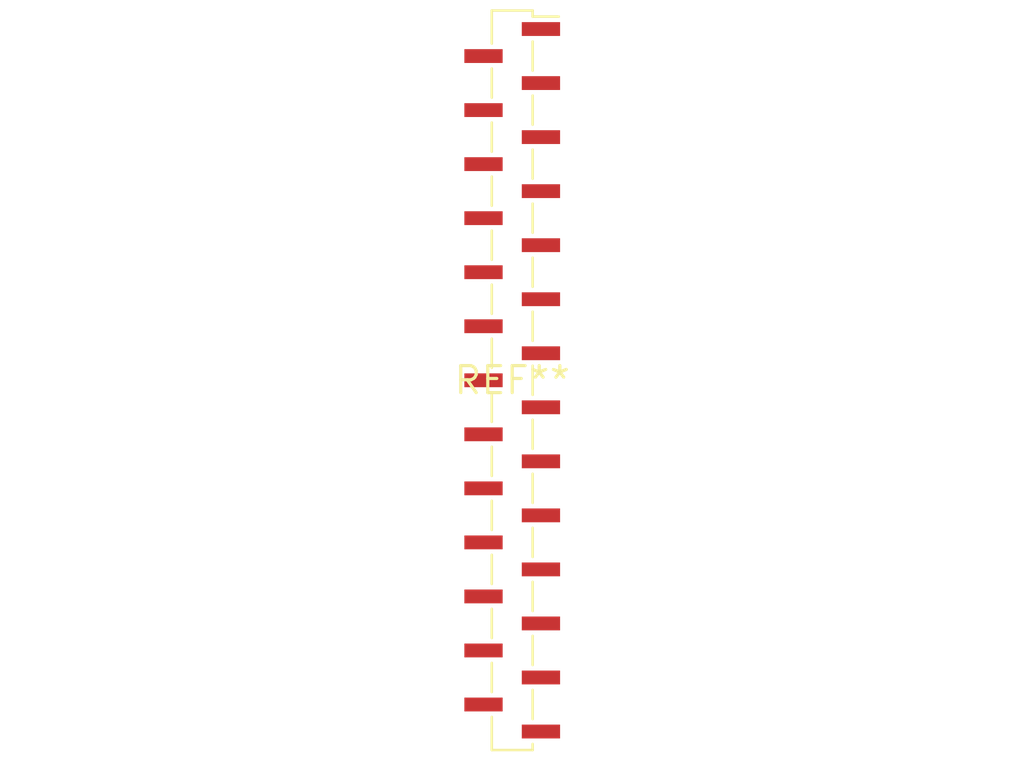
<source format=kicad_pcb>
(kicad_pcb (version 20240108) (generator pcbnew)
  (layers (0 "F.Cu" signal) (31 "B.Cu" signal) (34 "B.Paste" user) (35 "F.Paste" user) (36 "B.SilkS" user "B.Silkscreen") (37 "F.SilkS" user "F.Silkscreen") (38 "B.Mask" user) (39 "F.Mask" user) (44 "Edge.Cuts" user))
  (net 0 "")
  (footprint "PinSocket_1x27_P1.27mm_Vertical_SMD_Pin1Right" (layer "F.Cu") (at 0 0)
    (property "Reference" "REF**")
    (property "Value" "PinSocket_1x27_P1.27mm_Vertical_SMD_Pin1Right")
    (fp_line (start -0.96 -17.38) (end -0.96 -15.825) (layer "F.SilkS") (stroke (width 0.12)))
    (fp_line (start -0.96 -17.38) (end 0.96 -17.38) (layer "F.SilkS") (stroke (width 0.12)))
    (fp_line (start -0.96 -14.655) (end -0.96 -13.285) (layer "F.SilkS") (stroke (width 0.12)))
    (fp_line (start -0.96 -12.115) (end -0.96 -10.745) (layer "F.SilkS") (stroke (width 0.12)))
    (fp_line (start -0.96 -9.575) (end -0.96 -8.205) (layer "F.SilkS") (stroke (width 0.12)))
    (fp_line (start -0.96 -7.035) (end -0.96 -5.665) (layer "F.SilkS") (stroke (width 0.12)))
    (fp_line (start -0.96 -4.495) (end -0.96 -3.125) (layer "F.SilkS") (stroke (width 0.12)))
    (fp_line (start -0.96 -1.955) (end -0.96 -0.585) (layer "F.SilkS") (stroke (width 0.12)))
    (fp_line (start -0.96 0.585) (end -0.96 1.955) (layer "F.SilkS") (stroke (width 0.12)))
    (fp_line (start -0.96 3.125) (end -0.96 4.495) (layer "F.SilkS") (stroke (width 0.12)))
    (fp_line (start -0.96 5.665) (end -0.96 7.035) (layer "F.SilkS") (stroke (width 0.12)))
    (fp_line (start -0.96 8.205) (end -0.96 9.575) (layer "F.SilkS") (stroke (width 0.12)))
    (fp_line (start -0.96 10.745) (end -0.96 12.115) (layer "F.SilkS") (stroke (width 0.12)))
    (fp_line (start -0.96 13.285) (end -0.96 14.655) (layer "F.SilkS") (stroke (width 0.12)))
    (fp_line (start -0.96 15.825) (end -0.96 17.38) (layer "F.SilkS") (stroke (width 0.12)))
    (fp_line (start -0.96 17.38) (end 0.96 17.38) (layer "F.SilkS") (stroke (width 0.12)))
    (fp_line (start 0.96 -17.38) (end 0.96 -17.095) (layer "F.SilkS") (stroke (width 0.12)))
    (fp_line (start 0.96 -17.095) (end 2.19 -17.095) (layer "F.SilkS") (stroke (width 0.12)))
    (fp_line (start 0.96 -15.925) (end 0.96 -14.555) (layer "F.SilkS") (stroke (width 0.12)))
    (fp_line (start 0.96 -13.385) (end 0.96 -12.015) (layer "F.SilkS") (stroke (width 0.12)))
    (fp_line (start 0.96 -10.845) (end 0.96 -9.475) (layer "F.SilkS") (stroke (width 0.12)))
    (fp_line (start 0.96 -8.305) (end 0.96 -6.935) (layer "F.SilkS") (stroke (width 0.12)))
    (fp_line (start 0.96 -5.765) (end 0.96 -4.395) (layer "F.SilkS") (stroke (width 0.12)))
    (fp_line (start 0.96 -3.225) (end 0.96 -1.855) (layer "F.SilkS") (stroke (width 0.12)))
    (fp_line (start 0.96 -0.685) (end 0.96 0.685) (layer "F.SilkS") (stroke (width 0.12)))
    (fp_line (start 0.96 1.855) (end 0.96 3.225) (layer "F.SilkS") (stroke (width 0.12)))
    (fp_line (start 0.96 4.395) (end 0.96 5.765) (layer "F.SilkS") (stroke (width 0.12)))
    (fp_line (start 0.96 6.935) (end 0.96 8.305) (layer "F.SilkS") (stroke (width 0.12)))
    (fp_line (start 0.96 9.475) (end 0.96 10.845) (layer "F.SilkS") (stroke (width 0.12)))
    (fp_line (start 0.96 12.015) (end 0.96 13.385) (layer "F.SilkS") (stroke (width 0.12)))
    (fp_line (start 0.96 14.555) (end 0.96 15.925) (layer "F.SilkS") (stroke (width 0.12)))
    (fp_line (start 0.96 17.095) (end 0.96 17.38) (layer "F.SilkS") (stroke (width 0.12)))
    (pad "1" smd rect (at 1.35 -16.51) (size 1.8 0.65) (layers "F.Cu" "F.Paste" "F.Mask"))
    (pad "2" smd rect (at -1.35 -15.24) (size 1.8 0.65) (layers "F.Cu" "F.Paste" "F.Mask"))
    (pad "3" smd rect (at 1.35 -13.97) (size 1.8 0.65) (layers "F.Cu" "F.Paste" "F.Mask"))
    (pad "4" smd rect (at -1.35 -12.7) (size 1.8 0.65) (layers "F.Cu" "F.Paste" "F.Mask"))
    (pad "5" smd rect (at 1.35 -11.43) (size 1.8 0.65) (layers "F.Cu" "F.Paste" "F.Mask"))
    (pad "6" smd rect (at -1.35 -10.16) (size 1.8 0.65) (layers "F.Cu" "F.Paste" "F.Mask"))
    (pad "7" smd rect (at 1.35 -8.89) (size 1.8 0.65) (layers "F.Cu" "F.Paste" "F.Mask"))
    (pad "8" smd rect (at -1.35 -7.62) (size 1.8 0.65) (layers "F.Cu" "F.Paste" "F.Mask"))
    (pad "9" smd rect (at 1.35 -6.35) (size 1.8 0.65) (layers "F.Cu" "F.Paste" "F.Mask"))
    (pad "10" smd rect (at -1.35 -5.08) (size 1.8 0.65) (layers "F.Cu" "F.Paste" "F.Mask"))
    (pad "11" smd rect (at 1.35 -3.81) (size 1.8 0.65) (layers "F.Cu" "F.Paste" "F.Mask"))
    (pad "12" smd rect (at -1.35 -2.54) (size 1.8 0.65) (layers "F.Cu" "F.Paste" "F.Mask"))
    (pad "13" smd rect (at 1.35 -1.27) (size 1.8 0.65) (layers "F.Cu" "F.Paste" "F.Mask"))
    (pad "14" smd rect (at -1.35 0) (size 1.8 0.65) (layers "F.Cu" "F.Paste" "F.Mask"))
    (pad "15" smd rect (at 1.35 1.27) (size 1.8 0.65) (layers "F.Cu" "F.Paste" "F.Mask"))
    (pad "16" smd rect (at -1.35 2.54) (size 1.8 0.65) (layers "F.Cu" "F.Paste" "F.Mask"))
    (pad "17" smd rect (at 1.35 3.81) (size 1.8 0.65) (layers "F.Cu" "F.Paste" "F.Mask"))
    (pad "18" smd rect (at -1.35 5.08) (size 1.8 0.65) (layers "F.Cu" "F.Paste" "F.Mask"))
    (pad "19" smd rect (at 1.35 6.35) (size 1.8 0.65) (layers "F.Cu" "F.Paste" "F.Mask"))
    (pad "20" smd rect (at -1.35 7.62) (size 1.8 0.65) (layers "F.Cu" "F.Paste" "F.Mask"))
    (pad "21" smd rect (at 1.35 8.89) (size 1.8 0.65) (layers "F.Cu" "F.Paste" "F.Mask"))
    (pad "22" smd rect (at -1.35 10.16) (size 1.8 0.65) (layers "F.Cu" "F.Paste" "F.Mask"))
    (pad "23" smd rect (at 1.35 11.43) (size 1.8 0.65) (layers "F.Cu" "F.Paste" "F.Mask"))
    (pad "24" smd rect (at -1.35 12.7) (size 1.8 0.65) (layers "F.Cu" "F.Paste" "F.Mask"))
    (pad "25" smd rect (at 1.35 13.97) (size 1.8 0.65) (layers "F.Cu" "F.Paste" "F.Mask"))
    (pad "26" smd rect (at -1.35 15.24) (size 1.8 0.65) (layers "F.Cu" "F.Paste" "F.Mask"))
    (pad "27" smd rect (at 1.35 16.51) (size 1.8 0.65) (layers "F.Cu" "F.Paste" "F.Mask"))
  )
)
</source>
